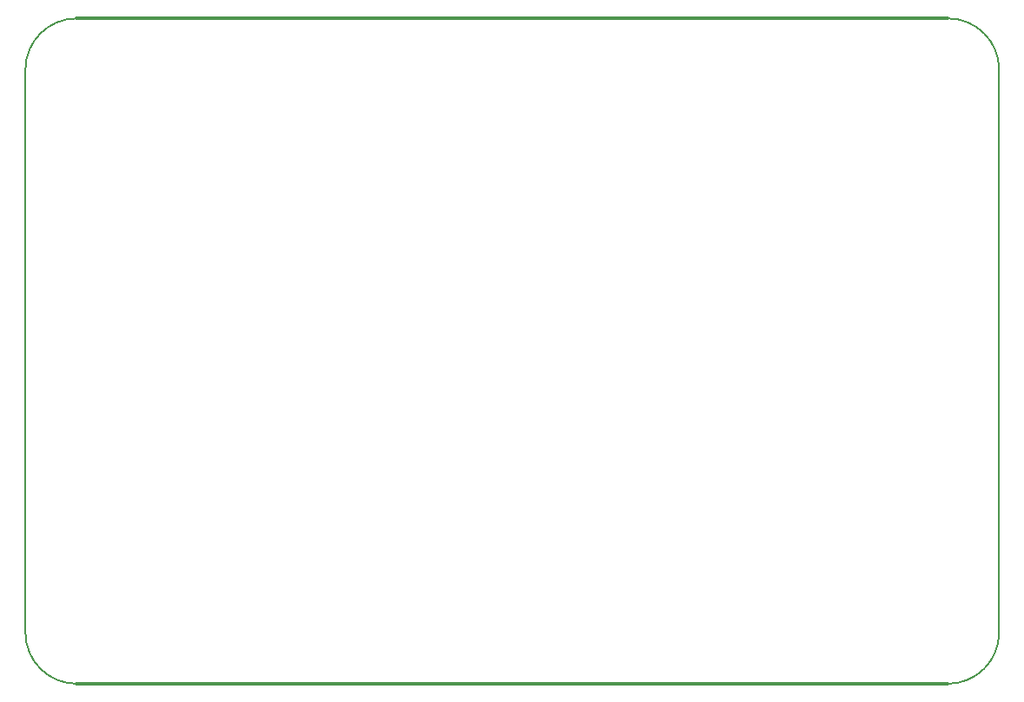
<source format=gbr>
G04 #@! TF.FileFunction,Profile,NP*
%FSLAX46Y46*%
G04 Gerber Fmt 4.6, Leading zero omitted, Abs format (unit mm)*
G04 Created by KiCad (PCBNEW 4.0.4-stable) date 08/18/17 15:21:28*
%MOMM*%
%LPD*%
G01*
G04 APERTURE LIST*
%ADD10C,0.100000*%
%ADD11C,0.300000*%
%ADD12C,0.200000*%
G04 APERTURE END LIST*
D10*
D11*
X5635000Y635000D02*
X90635000Y635000D01*
X5635000Y65635000D02*
X90635000Y65635000D01*
D12*
X635000Y60635000D02*
X635000Y5635000D01*
X95635000Y5635000D02*
X95635000Y60635000D01*
X90635000Y635000D02*
G75*
G03X95635000Y5635000I0J5000000D01*
G01*
X635000Y5635000D02*
G75*
G03X5635000Y635000I5000000J0D01*
G01*
X5635000Y65635000D02*
G75*
G03X635000Y60635000I0J-5000000D01*
G01*
X95635000Y60635000D02*
G75*
G03X90635000Y65635000I-5000000J0D01*
G01*
M02*

</source>
